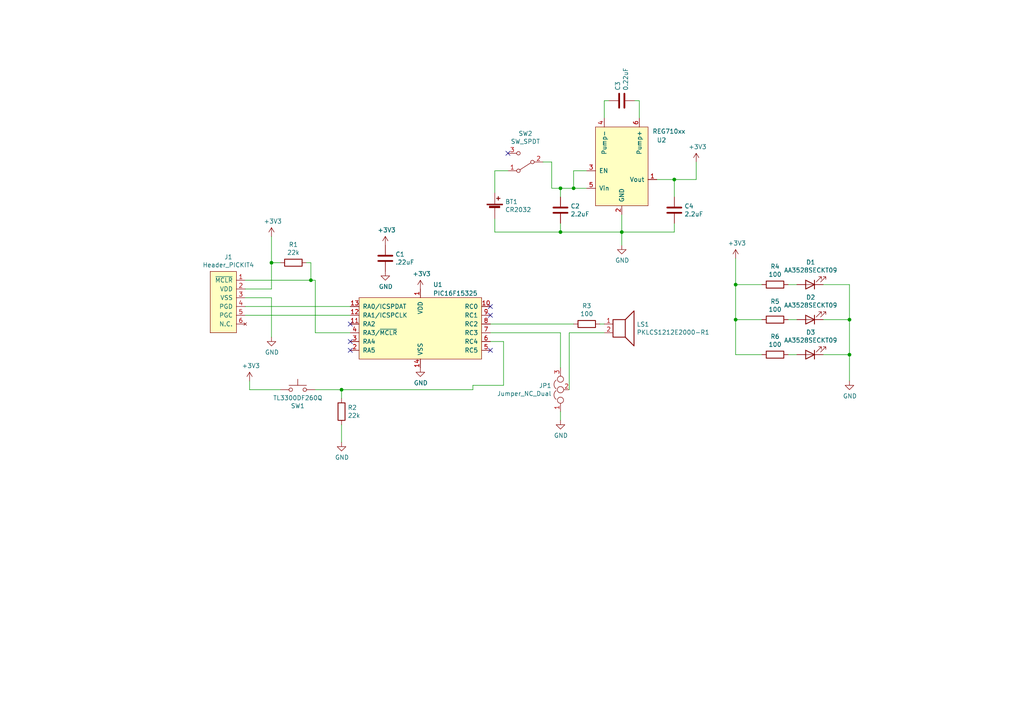
<source format=kicad_sch>
(kicad_sch (version 20211123) (generator eeschema)
  (paper "A4")
  (lib_symbols
    (symbol "Device:Battery_Cell" (pin_numbers hide) (pin_names (offset 0) hide)
      (property "Reference" "BT" (at 2.54 2.54 0))
      (property "Value" "Battery_Cell" (at 2.54 0 0))
      (symbol "Battery_Cell_0_1"
        (rectangle (start -2.286 1.778) (end 2.286 1.524) (fill (type outline)))
        (rectangle (start -1.5748 1.1938) (end 1.4732 0.6858) (fill (type outline)))
        (polyline (pts (xy 0 0.762) (xy 0 0)))
        (polyline (pts (xy 0 1.778) (xy 0 2.54)))
        (polyline (pts (xy 0.508 3.429) (xy 1.524 3.429)) (stroke (width 0.254)))
        (polyline (pts (xy 1.016 3.937) (xy 1.016 2.921)) (stroke (width 0.254)))
      )
      (symbol "Battery_Cell_1_1"
        (pin passive line (at 0 5.08 270) (length 2.54) (name "+") (number "1"))
        (pin passive line (at 0 -2.54 90) (length 2.54) (name "-") (number "2"))
      )
    )
    (symbol "Device:C" (pin_numbers hide) (pin_names (offset 0.254))
      (property "Reference" "C" (at 0.635 2.54 0))
      (property "Value" "C" (at 0.635 -2.54 0))
      (symbol "C_0_1"
        (polyline (pts (xy -2.032 -0.762) (xy 2.032 -0.762)) (stroke (width 0.508)))
        (polyline (pts (xy -2.032 0.762) (xy 2.032 0.762)) (stroke (width 0.508)))
      )
      (symbol "C_1_1"
        (pin passive line (at 0 3.81 270) (length 2.794) (name "~") (number "1"))
        (pin passive line (at 0 -3.81 90) (length 2.794) (name "~") (number "2"))
      )
    )
    (symbol "Device:Jumper_NC_Dual" (pin_names (offset 0.762) hide)
      (property "Reference" "JP" (at 1.27 -2.54 0))
      (property "Value" "Device_Jumper_NC_Dual" (at 0 2.54 0))
      (symbol "Jumper_NC_Dual_0_1"
        (circle (center -3.048 0) (radius 0.889))
        (arc (start -0.254 1.27) (mid -1.524 1.8804) (end -2.794 1.27))
        (circle (center 0 0) (radius 0.9144))
        (arc (start 2.794 1.27) (mid 1.524 1.8804) (end 0.254 1.27))
        (circle (center 3.048 0) (radius 0.889))
        (pin passive line (at -6.35 0 0) (length 2.413) (name "1") (number "1"))
        (pin passive line (at 0 -2.54 90) (length 1.524) (name "2") (number "2"))
        (pin passive line (at 6.35 0 180) (length 2.413) (name "3") (number "3"))
      )
    )
    (symbol "Device:LED" (pin_numbers hide) (pin_names (offset 1.016) hide)
      (property "Reference" "D" (at 0 2.54 0))
      (property "Value" "LED" (at 0 -2.54 0))
      (symbol "LED_0_1"
        (polyline (pts (xy -1.27 -1.27) (xy -1.27 1.27)) (stroke (width 0.254)))
        (polyline (pts (xy -1.27 0) (xy 1.27 0)))
        (polyline (pts (xy 1.27 -1.27) (xy 1.27 1.27) (xy -1.27 0) (xy 1.27 -1.27)) (stroke (width 0.254)))
        (polyline (pts (xy -3.048 -0.762) (xy -4.572 -2.286) (xy -3.81 -2.286) (xy -4.572 -2.286) (xy -4.572 -1.524)))
        (polyline (pts (xy -1.778 -0.762) (xy -3.302 -2.286) (xy -2.54 -2.286) (xy -3.302 -2.286) (xy -3.302 -1.524)))
      )
      (symbol "LED_1_1"
        (pin passive line (at -3.81 0 0) (length 2.54) (name "K") (number "1"))
        (pin passive line (at 3.81 0 180) (length 2.54) (name "A") (number "2"))
      )
    )
    (symbol "Device:R" (pin_numbers hide) (pin_names (offset 0))
      (property "Reference" "R" (at 2.032 0 90))
      (property "Value" "R" (at 0 0 90))
      (symbol "R_0_1"
        (rectangle (start -1.016 -2.54) (end 1.016 2.54) (stroke (width 0.254)))
      )
      (symbol "R_1_1"
        (pin passive line (at 0 3.81 270) (length 1.27) (name "~") (number "1"))
        (pin passive line (at 0 -3.81 90) (length 1.27) (name "~") (number "2"))
      )
    )
    (symbol "Device:Speaker" (pin_names (offset 0) hide)
      (property "Reference" "LS" (at 1.27 5.715 0))
      (property "Value" "Speaker" (at 1.27 3.81 0))
      (symbol "Speaker_0_0"
        (rectangle (start -2.54 1.27) (end 1.016 -3.81) (stroke (width 0.254)))
        (polyline (pts (xy 1.016 1.27) (xy 3.556 3.81) (xy 3.556 -6.35) (xy 1.016 -3.81)) (stroke (width 0.254)))
      )
      (symbol "Speaker_1_1"
        (pin input line (at -5.08 0 0) (length 2.54) (name "1") (number "1"))
        (pin input line (at -5.08 -2.54 0) (length 2.54) (name "2") (number "2"))
      )
    )
    (symbol "Switch:SW_Push" (pin_numbers hide) (pin_names (offset 1.016) hide)
      (property "Reference" "SW" (at 1.27 2.54 0))
      (property "Value" "SW_Push" (at 0 -1.524 0))
      (symbol "SW_Push_0_1"
        (circle (center -2.032 0) (radius 0.508))
        (polyline (pts (xy 0 1.27) (xy 0 3.048)))
        (polyline (pts (xy 2.54 1.27) (xy -2.54 1.27)))
        (circle (center 2.032 0) (radius 0.508))
        (pin passive line (at -5.08 0 0) (length 2.54) (name "1") (number "1"))
        (pin passive line (at 5.08 0 180) (length 2.54) (name "2") (number "2"))
      )
    )
    (symbol "Switch:SW_SPDT" (pin_names (offset 0) hide)
      (property "Reference" "SW" (at 0 4.318 0))
      (property "Value" "SW_SPDT" (at 0 -5.08 0))
      (symbol "SW_SPDT_0_0"
        (circle (center -2.032 0) (radius 0.508))
        (circle (center 2.032 -2.54) (radius 0.508))
      )
      (symbol "SW_SPDT_0_1"
        (polyline (pts (xy -1.524 0.254) (xy 1.651 2.286)))
        (circle (center 2.032 2.54) (radius 0.508))
      )
      (symbol "SW_SPDT_1_1"
        (pin passive line (at 5.08 2.54 180) (length 2.54) (name "A") (number "1"))
        (pin passive line (at -5.08 0 0) (length 2.54) (name "B") (number "2"))
        (pin passive line (at 5.08 -2.54 180) (length 2.54) (name "C") (number "3"))
      )
    )
    (symbol "power:+3V3" (power) (pin_names (offset 0))
      (property "Value" "+3V3" (at 0 3.556 0))
      (symbol "+3V3_0_1"
        (polyline (pts (xy -0.762 1.27) (xy 0 2.54)))
        (polyline (pts (xy 0 0) (xy 0 2.54)))
        (polyline (pts (xy 0 2.54) (xy 0.762 1.27)))
      )
      (symbol "+3V3_1_1"
        (pin power_in line (at 0 0 90) (length 0) hide (name "+3V3") (number "1"))
      )
    )
    (symbol "power:GND" (power) (pin_names (offset 0))
      (property "Value" "GND" (at 0 -3.81 0))
      (symbol "GND_0_1"
        (polyline (pts (xy 0 0) (xy 0 -1.27) (xy 1.27 -1.27) (xy 0 -2.54) (xy -1.27 -1.27) (xy 0 -1.27)))
      )
      (symbol "GND_1_1"
        (pin power_in line (at 0 0 270) (length 0) hide (name "GND") (number "1"))
      )
    )
    (symbol "toolbox-connector:Header_PICKIT4" (pin_names (offset 1.016))
      (property "Reference" "J" (at 0 -12.7 0))
      (property "Value" "toolbox-connector_Header_PICKIT4" (at 2.54 10.16 0))
      (symbol "Header_PICKIT4_0_0"
        (pin input line (at 7.62 5.08 180) (length 2.54) (name "~{MCLR}") (number "1"))
        (pin input line (at 7.62 2.54 180) (length 2.54) (name "VDD") (number "2"))
        (pin input line (at 7.62 0 180) (length 2.54) (name "VSS") (number "3"))
        (pin input line (at 7.62 -2.54 180) (length 2.54) (name "PGD") (number "4"))
        (pin input line (at 7.62 -5.08 180) (length 2.54) (name "PGC") (number "5"))
        (pin no_connect line (at 7.62 -7.62 180) (length 2.54) (name "N.C.") (number "6"))
      )
      (symbol "Header_PICKIT4_0_1"
        (rectangle (start 5.08 7.62) (end -2.54 -10.16) (fill (type background)))
      )
    )
    (symbol "toolbox-mcu:PIC16F15325" (pin_names (offset 1.016))
      (property "Reference" "U" (at 5.08 15.24 0))
      (property "Value" "toolbox-mcu_PIC16F15325" (at 10.16 12.7 0))
      (symbol "PIC16F15325_0_0"
        (rectangle (start -17.78 10.16) (end 17.78 10.16))
        (rectangle (start 17.78 -7.62) (end -17.78 10.16) (fill (type background)))
        (pin input line (at 0 12.7 270) (length 2.54) (name "VDD") (number "1"))
        (pin input line (at 20.32 7.62 180) (length 2.54) (name "RC0") (number "10"))
        (pin input line (at -20.32 2.54 0) (length 2.54) (name "RA2") (number "11"))
        (pin input line (at -20.32 5.08 0) (length 2.54) (name "RA1/ICSPCLK") (number "12"))
        (pin input line (at -20.32 7.62 0) (length 2.54) (name "RA0/ICSPDAT") (number "13"))
        (pin input line (at 0 -10.16 90) (length 2.54) (name "VSS") (number "14"))
        (pin input line (at -20.32 -5.08 0) (length 2.54) (name "RA5") (number "2"))
        (pin input line (at -20.32 -2.54 0) (length 2.54) (name "RA4") (number "3"))
        (pin input line (at -20.32 0 0) (length 2.54) (name "RA3/~{MCLR}") (number "4"))
        (pin input line (at 20.32 -5.08 180) (length 2.54) (name "RC5") (number "5"))
        (pin input line (at 20.32 -2.54 180) (length 2.54) (name "RC4") (number "6"))
        (pin input line (at 20.32 0 180) (length 2.54) (name "RC3") (number "7"))
        (pin input line (at 20.32 2.54 180) (length 2.54) (name "RC2") (number "8"))
        (pin input line (at 20.32 5.08 180) (length 2.54) (name "RC1") (number "9"))
      )
    )
    (symbol "toolbox-regulator:REG710xx" (pin_names (offset 1.016))
      (property "Reference" "U" (at 10.16 10.16 0))
      (property "Value" "toolbox-regulator_REG710xx" (at 12.7 12.7 0))
      (symbol "REG710xx_0_0"
        (pin input line (at 10.16 0 180) (length 2.54) (name "Vout") (number "1"))
        (pin input line (at 0 -10.16 90) (length 2.54) (name "GND") (number "2"))
        (pin input line (at -10.16 2.54 0) (length 2.54) (name "EN") (number "3"))
        (pin input line (at -5.08 17.78 270) (length 2.54) (name "Pump-") (number "4"))
        (pin input line (at -10.16 -2.54 0) (length 2.54) (name "Vin") (number "5"))
        (pin input line (at 5.08 17.78 270) (length 2.54) (name "Pump+") (number "6"))
      )
      (symbol "REG710xx_0_1"
        (rectangle (start -7.62 15.24) (end 7.62 -7.62) (fill (type background)))
      )
    )
  )
  (junction (at 162.56 54.61))
  (junction (at 166.37 54.61))
  (junction (at 213.36 82.55))
  (junction (at 246.38 102.87))
  (junction (at 195.58 52.07))
  (junction (at 162.56 67.31))
  (junction (at 213.36 92.71))
  (junction (at 99.06 113.03))
  (junction (at 78.74 76.2))
  (junction (at 246.38 92.71))
  (junction (at 180.34 67.31))
  (junction (at 90.17 81.28))
  (no_connect (at 142.24 91.44))
  (no_connect (at 142.24 101.6))
  (no_connect (at 101.6 101.6))
  (no_connect (at 101.6 93.98))
  (no_connect (at 142.24 88.9))
  (no_connect (at 147.32 44.45))
  (no_connect (at 101.6 99.06))
  (wire (pts (xy 184.15 29.21) (xy 185.42 29.21)))
  (wire (pts (xy 157.48 46.99) (xy 160.02 46.99)))
  (wire (pts (xy 90.17 81.28) (xy 91.44 81.28)))
  (wire (pts (xy 90.17 76.2) (xy 90.17 81.28)))
  (wire (pts (xy 220.98 92.71) (xy 213.36 92.71)))
  (wire (pts (xy 162.56 121.92) (xy 162.56 119.38)))
  (wire (pts (xy 180.34 71.12) (xy 180.34 67.31)))
  (wire (pts (xy 201.93 46.99) (xy 201.93 52.07)))
  (wire (pts (xy 88.9 76.2) (xy 90.17 76.2)))
  (wire (pts (xy 91.44 96.52) (xy 101.6 96.52)))
  (wire (pts (xy 99.06 115.57) (xy 99.06 113.03)))
  (wire (pts (xy 238.76 102.87) (xy 246.38 102.87)))
  (wire (pts (xy 72.39 113.03) (xy 81.28 113.03)))
  (wire (pts (xy 78.74 86.36) (xy 78.74 97.79)))
  (wire (pts (xy 78.74 83.82) (xy 78.74 76.2)))
  (wire (pts (xy 143.51 55.88) (xy 143.51 49.53)))
  (wire (pts (xy 146.05 111.76) (xy 137.16 111.76)))
  (wire (pts (xy 71.12 81.28) (xy 90.17 81.28)))
  (wire (pts (xy 228.6 82.55) (xy 231.14 82.55)))
  (wire (pts (xy 213.36 92.71) (xy 213.36 102.87)))
  (wire (pts (xy 146.05 99.06) (xy 146.05 111.76)))
  (wire (pts (xy 213.36 102.87) (xy 220.98 102.87)))
  (wire (pts (xy 160.02 54.61) (xy 162.56 54.61)))
  (wire (pts (xy 201.93 52.07) (xy 195.58 52.07)))
  (wire (pts (xy 165.1 113.03) (xy 165.1 96.52)))
  (wire (pts (xy 142.24 99.06) (xy 146.05 99.06)))
  (wire (pts (xy 228.6 102.87) (xy 231.14 102.87)))
  (wire (pts (xy 162.56 64.77) (xy 162.56 67.31)))
  (wire (pts (xy 72.39 110.49) (xy 72.39 113.03)))
  (wire (pts (xy 71.12 88.9) (xy 101.6 88.9)))
  (wire (pts (xy 170.18 49.53) (xy 166.37 49.53)))
  (wire (pts (xy 71.12 91.44) (xy 101.6 91.44)))
  (wire (pts (xy 228.6 92.71) (xy 231.14 92.71)))
  (wire (pts (xy 180.34 67.31) (xy 180.34 62.23)))
  (wire (pts (xy 213.36 82.55) (xy 213.36 92.71)))
  (wire (pts (xy 175.26 34.29) (xy 175.26 29.21)))
  (wire (pts (xy 137.16 113.03) (xy 99.06 113.03)))
  (wire (pts (xy 143.51 63.5) (xy 143.51 67.31)))
  (wire (pts (xy 91.44 113.03) (xy 99.06 113.03)))
  (wire (pts (xy 71.12 86.36) (xy 78.74 86.36)))
  (wire (pts (xy 160.02 46.99) (xy 160.02 54.61)))
  (wire (pts (xy 175.26 29.21) (xy 176.53 29.21)))
  (wire (pts (xy 213.36 74.93) (xy 213.36 82.55)))
  (wire (pts (xy 165.1 96.52) (xy 175.26 96.52)))
  (wire (pts (xy 238.76 92.71) (xy 246.38 92.71)))
  (wire (pts (xy 78.74 76.2) (xy 78.74 68.58)))
  (wire (pts (xy 166.37 54.61) (xy 170.18 54.61)))
  (wire (pts (xy 175.26 93.98) (xy 173.99 93.98)))
  (wire (pts (xy 162.56 96.52) (xy 162.56 106.68)))
  (wire (pts (xy 195.58 64.77) (xy 195.58 67.31)))
  (wire (pts (xy 220.98 82.55) (xy 213.36 82.55)))
  (wire (pts (xy 166.37 49.53) (xy 166.37 54.61)))
  (wire (pts (xy 246.38 82.55) (xy 238.76 82.55)))
  (wire (pts (xy 162.56 57.15) (xy 162.56 54.61)))
  (wire (pts (xy 99.06 123.19) (xy 99.06 128.27)))
  (wire (pts (xy 162.56 67.31) (xy 180.34 67.31)))
  (wire (pts (xy 142.24 93.98) (xy 166.37 93.98)))
  (wire (pts (xy 246.38 92.71) (xy 246.38 82.55)))
  (wire (pts (xy 185.42 29.21) (xy 185.42 34.29)))
  (wire (pts (xy 91.44 81.28) (xy 91.44 96.52)))
  (wire (pts (xy 195.58 52.07) (xy 195.58 57.15)))
  (wire (pts (xy 81.28 76.2) (xy 78.74 76.2)))
  (wire (pts (xy 143.51 49.53) (xy 147.32 49.53)))
  (wire (pts (xy 142.24 96.52) (xy 162.56 96.52)))
  (wire (pts (xy 246.38 102.87) (xy 246.38 92.71)))
  (wire (pts (xy 246.38 110.49) (xy 246.38 102.87)))
  (wire (pts (xy 71.12 83.82) (xy 78.74 83.82)))
  (wire (pts (xy 143.51 67.31) (xy 162.56 67.31)))
  (wire (pts (xy 190.5 52.07) (xy 195.58 52.07)))
  (wire (pts (xy 195.58 67.31) (xy 180.34 67.31)))
  (wire (pts (xy 162.56 54.61) (xy 166.37 54.61)))
  (wire (pts (xy 137.16 111.76) (xy 137.16 113.03)))
  (symbol (lib_id "toolbox-mcu:PIC16F15325") (at 121.92 96.52 0) (unit 1)
    (property "Reference" "U1" (at 127 82.55 0))
    (property "Value" "PIC16F15325" (at 132.08 85.09 0))
    (property "Footprint" "Package_SO:SO-14_3.9x8.65mm_P1.27mm" (effects hide))
  )
  (symbol (lib_id "Device:LED") (at 234.95 82.55 180) (unit 1)
    (property "Reference" "D1" (at 235.1278 76.073 0))
    (property "Value" "AA3528SECKT09‎" (at 235.1278 78.3844 0))
    (property "Footprint" "toolbox-led:Kingbright_AA3528" (effects hide))
  )
  (symbol (lib_id "Device:LED") (at 234.95 92.71 180) (unit 1)
    (property "Reference" "D2" (at 235.1278 86.233 0))
    (property "Value" "AA3528SECKT09‎" (at 235.1278 88.5444 0))
    (property "Footprint" "toolbox-led:Kingbright_AA3528" (effects hide))
  )
  (symbol (lib_id "Device:LED") (at 234.95 102.87 180) (unit 1)
    (property "Reference" "D3" (at 235.1278 96.393 0))
    (property "Value" "AA3528SECKT09‎" (at 235.1278 98.7044 0))
    (property "Footprint" "toolbox-led:Kingbright_AA3528" (effects hide))
  )
  (symbol (lib_id "Device:Speaker") (at 180.34 93.98 0) (unit 1)
    (property "Reference" "LS1" (at 184.658 94.0816 0) (effects (justify left)))
    (property "Value" "‎PKLCS1212E2000-R1‎" (at 184.658 96.393 0) (effects (justify left)))
    (property "Footprint" "toolbox-speaker:PKLCS1212E2000-R1" (effects hide))
  )
  (symbol (lib_id "toolbox-connector:Header_PICKIT4") (at 63.5 86.36 0) (unit 1)
    (property "Reference" "J1" (at 66.2432 74.549 0))
    (property "Value" "Header_PICKIT4" (at 66.2432 76.8604 0))
    (property "Footprint" "Connector:Tag-Connect_TC2030-IDC-NL_2x03_P1.27mm_Vertical" (effects hide))
  )
  (symbol (lib_id "Device:Battery_Cell") (at 143.51 60.96 0) (unit 1)
    (property "Reference" "BT1" (at 146.5072 58.5216 0) (effects (justify left)))
    (property "Value" "CR2032" (at 146.5072 60.833 0) (effects (justify left)))
    (property "Footprint" "Battery:BatteryHolder_MPD_BC2003_1x2032" (effects hide))
  )
  (symbol (lib_id "power:GND") (at 180.34 71.12 0) (unit 1)
    (property "Reference" "#PWR010" (effects hide))
    (property "Value" "GND" (at 180.467 75.5142 0))
  )
  (symbol (lib_id "Device:C") (at 162.56 60.96 0) (unit 1)
    (property "Reference" "C2" (at 165.481 59.7916 0) (effects (justify left)))
    (property "Value" "2.2uF" (at 165.481 62.103 0) (effects (justify left)))
    (property "Footprint" "Capacitor_SMD:C_1206_3216Metric_Pad1.33x1.80mm_HandSolder" (effects hide))
  )
  (symbol (lib_id "Device:C") (at 195.58 60.96 0) (unit 1)
    (property "Reference" "C4" (at 198.501 59.7916 0) (effects (justify left)))
    (property "Value" "2.2uF" (at 198.501 62.103 0) (effects (justify left)))
    (property "Footprint" "Capacitor_SMD:C_1206_3216Metric_Pad1.33x1.80mm_HandSolder" (effects hide))
  )
  (symbol (lib_id "Device:R") (at 85.09 76.2 270) (unit 1)
    (property "Reference" "R1" (at 85.09 70.9422 90))
    (property "Value" "22k" (at 85.09 73.2536 90))
    (property "Footprint" "Resistor_SMD:R_1206_3216Metric_Pad1.30x1.75mm_HandSolder" (effects hide))
  )
  (symbol (lib_id "power:GND") (at 78.74 97.79 0) (unit 1)
    (property "Reference" "#PWR03" (effects hide))
    (property "Value" "GND" (at 78.867 102.1842 0))
  )
  (symbol (lib_id "power:GND") (at 121.92 106.68 0) (unit 1)
    (property "Reference" "#PWR08" (effects hide))
    (property "Value" "GND" (at 122.047 111.0742 0))
  )
  (symbol (lib_id "Device:C") (at 111.76 74.93 180) (unit 1)
    (property "Reference" "C1" (at 114.681 73.7616 0) (effects (justify right)))
    (property "Value" ".22uF" (at 114.681 76.073 0) (effects (justify right)))
    (property "Footprint" "Capacitor_SMD:C_1206_3216Metric_Pad1.33x1.80mm_HandSolder" (effects hide))
  )
  (symbol (lib_id "power:GND") (at 111.76 78.74 0) (unit 1)
    (property "Reference" "#PWR06" (effects hide))
    (property "Value" "GND" (at 111.887 83.1342 0))
  )
  (symbol (lib_id "Switch:SW_Push") (at 86.36 113.03 0) (unit 1)
    (property "Reference" "SW1" (at 86.36 117.729 0))
    (property "Value" "TL3300DF260Q‎" (at 86.36 115.4176 0))
    (property "Footprint" "toolbox-switch:E_Switch_TL3300DF260Q" (effects hide))
  )
  (symbol (lib_id "Device:R") (at 99.06 119.38 180) (unit 1)
    (property "Reference" "R2" (at 100.838 118.2116 0) (effects (justify right)))
    (property "Value" "22k" (at 100.838 120.523 0) (effects (justify right)))
    (property "Footprint" "Resistor_SMD:R_1206_3216Metric_Pad1.30x1.75mm_HandSolder" (effects hide))
  )
  (symbol (lib_id "power:GND") (at 99.06 128.27 0) (unit 1)
    (property "Reference" "#PWR04" (effects hide))
    (property "Value" "GND" (at 99.187 132.6642 0))
  )
  (symbol (lib_id "Device:R") (at 224.79 82.55 270) (unit 1)
    (property "Reference" "R4" (at 224.79 77.2922 90))
    (property "Value" "100" (at 224.79 79.6036 90))
    (property "Footprint" "Resistor_SMD:R_1206_3216Metric_Pad1.30x1.75mm_HandSolder" (effects hide))
  )
  (symbol (lib_id "Device:R") (at 224.79 92.71 270) (unit 1)
    (property "Reference" "R5" (at 224.79 87.4522 90))
    (property "Value" "100" (at 224.79 89.7636 90))
    (property "Footprint" "Resistor_SMD:R_1206_3216Metric_Pad1.30x1.75mm_HandSolder" (effects hide))
  )
  (symbol (lib_id "Device:R") (at 224.79 102.87 270) (unit 1)
    (property "Reference" "R6" (at 224.79 97.6122 90))
    (property "Value" "100" (at 224.79 99.9236 90))
    (property "Footprint" "Resistor_SMD:R_1206_3216Metric_Pad1.30x1.75mm_HandSolder" (effects hide))
  )
  (symbol (lib_id "power:GND") (at 246.38 110.49 0) (unit 1)
    (property "Reference" "#PWR013" (effects hide))
    (property "Value" "GND" (at 246.507 114.8842 0))
  )
  (symbol (lib_id "Device:Jumper_NC_Dual") (at 162.56 113.03 90) (unit 1)
    (property "Reference" "JP1" (at 159.9692 111.8616 90) (effects (justify left)))
    (property "Value" "Jumper_NC_Dual" (at 159.9692 114.173 90) (effects (justify left)))
    (property "Footprint" "Jumper:SolderJumper-3_P1.3mm_Open_RoundedPad1.0x1.5mm" (effects hide))
  )
  (symbol (lib_id "power:GND") (at 162.56 121.92 0) (unit 1)
    (property "Reference" "#PWR09" (effects hide))
    (property "Value" "GND" (at 162.687 126.3142 0))
  )
  (symbol (lib_id "Device:R") (at 170.18 93.98 270) (unit 1)
    (property "Reference" "R3" (at 170.18 88.7222 90))
    (property "Value" "100" (at 170.18 91.0336 90))
    (property "Footprint" "Resistor_SMD:R_1206_3216Metric_Pad1.30x1.75mm_HandSolder" (effects hide))
  )
  (symbol (lib_id "toolbox-regulator:REG710xx") (at 180.34 52.07 0) (unit 1)
    (property "Reference" "U2" (at 190.5 40.64 0) (effects (justify left)))
    (property "Value" "REG710xx" (at 189.23 38.1 0) (effects (justify left)))
    (property "Footprint" "Package_TO_SOT_SMD:SOT-23-6_Handsoldering" (effects hide))
    (property "Datasheet" "https://www.ti.com/lit/ds/symlink/reg71050.pdf" (effects hide))
  )
  (symbol (lib_id "Device:C") (at 180.34 29.21 90) (unit 1)
    (property "Reference" "C3" (at 179.1716 26.289 0) (effects (justify left)))
    (property "Value" "0.22uF" (at 181.483 26.289 0) (effects (justify left)))
    (property "Footprint" "Capacitor_SMD:C_1206_3216Metric_Pad1.33x1.80mm_HandSolder" (effects hide))
  )
  (symbol (lib_id "power:+3V3") (at 78.74 68.58 0) (unit 1)
    (property "Reference" "#PWR02" (effects hide))
    (property "Value" "+3V3" (at 79.121 64.1858 0))
  )
  (symbol (lib_id "power:+3V3") (at 111.76 71.12 0) (unit 1)
    (property "Reference" "#PWR05" (effects hide))
    (property "Value" "+3V3" (at 112.141 66.7258 0))
  )
  (symbol (lib_id "power:+3V3") (at 121.92 83.82 0) (unit 1)
    (property "Reference" "#PWR07" (effects hide))
    (property "Value" "+3V3" (at 122.301 79.4258 0))
  )
  (symbol (lib_id "power:+3V3") (at 213.36 74.93 0) (unit 1)
    (property "Reference" "#PWR012" (effects hide))
    (property "Value" "+3V3" (at 213.741 70.5358 0))
  )
  (symbol (lib_id "power:+3V3") (at 201.93 46.99 0) (unit 1)
    (property "Reference" "#PWR011" (effects hide))
    (property "Value" "+3V3" (at 202.311 42.5958 0))
  )
  (symbol (lib_id "power:+3V3") (at 72.39 110.49 0) (unit 1)
    (property "Reference" "#PWR01" (effects hide))
    (property "Value" "+3V3" (at 72.771 106.0958 0))
  )
  (symbol (lib_id "Switch:SW_SPDT") (at 152.4 46.99 180) (unit 1)
    (property "Reference" "SW2" (at 152.4 38.735 0))
    (property "Value" "SW_SPDT" (at 152.4 41.0464 0))
    (property "Footprint" "toolbox-switch:SW_JS102011JAQN" (effects hide))
  )
)
</source>
